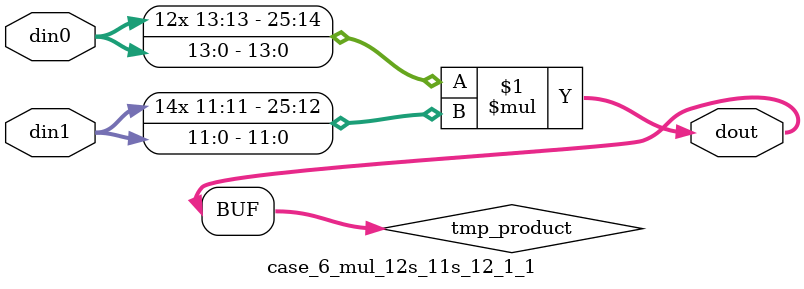
<source format=v>

`timescale 1 ns / 1 ps

 module case_6_mul_12s_11s_12_1_1(din0, din1, dout);
parameter ID = 1;
parameter NUM_STAGE = 0;
parameter din0_WIDTH = 14;
parameter din1_WIDTH = 12;
parameter dout_WIDTH = 26;

input [din0_WIDTH - 1 : 0] din0; 
input [din1_WIDTH - 1 : 0] din1; 
output [dout_WIDTH - 1 : 0] dout;

wire signed [dout_WIDTH - 1 : 0] tmp_product;



























assign tmp_product = $signed(din0) * $signed(din1);








assign dout = tmp_product;





















endmodule

</source>
